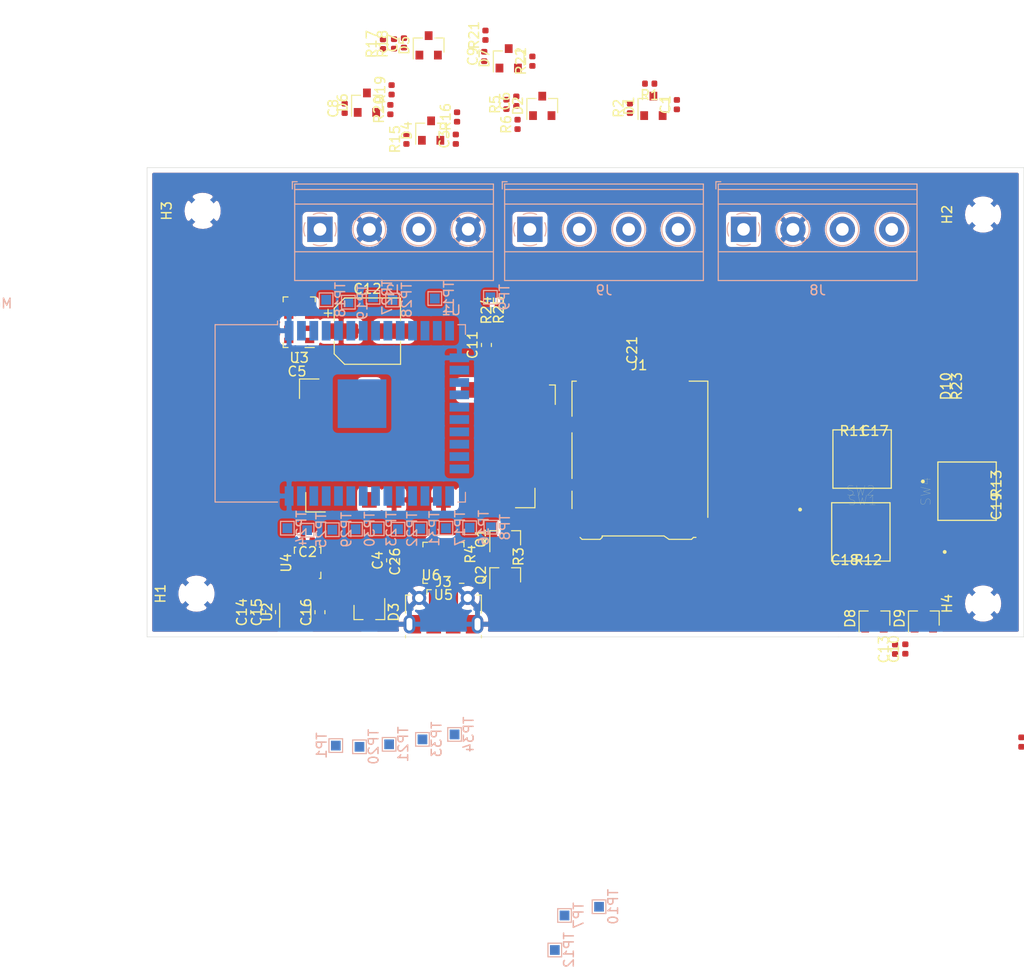
<source format=kicad_pcb>
(kicad_pcb (version 20171130) (host pcbnew "(5.1.2)-1")
  (layers (0 F.Cu signal hide) (31 B.Cu signal) (34 B.Paste user hide) (35 F.Paste user) (36 B.SilkS user hide) (37 F.SilkS user hide) (38 B.Mask user hide) (39 F.Mask user) (44 Edge.Cuts user))
  (net 0 "")
  (net 1 /SCL1)
  (net 2 /SDA1)
  (net 3 /MOSI)
  (net 4 /SPI_CLK)
  (net 5 /SPI_SD_CS)
  (net 6 /MISO)
  (net 7 GND)
  (net 8 "Net-(C1-Pad1)")
  (net 9 +3V3)
  (net 10 /PAS_ADC)
  (net 11 /throttle_ADC)
  (net 12 "Net-(J3-Pad3)")
  (net 13 VBUS)
  (net 14 "Net-(J3-Pad2)")
  (net 15 /GPIO0)
  (net 16 /DTR)
  (net 17 "Net-(Q1-Pad1)")
  (net 18 /RESET)
  (net 19 /RTS)
  (net 20 "Net-(Q2-Pad1)")
  (net 21 /RX0)
  (net 22 /TX0)
  (net 23 /GPS_RX)
  (net 24 /GPS_TX)
  (net 25 "Net-(C6-Pad1)")
  (net 26 "Net-(TP8-Pad1)")
  (net 27 "Net-(TP7-Pad1)")
  (net 28 "Net-(TP21-Pad1)")
  (net 29 "Net-(TP20-Pad1)")
  (net 30 /SDA2)
  (net 31 /SCL2)
  (net 32 "Net-(TP31-Pad1)")
  (net 33 "Net-(C3-Pad1)")
  (net 34 "Net-(C7-Pad1)")
  (net 35 "Net-(C8-Pad1)")
  (net 36 "Net-(C9-Pad1)")
  (net 37 /Motor_B_adc)
  (net 38 /Motor_A_adc)
  (net 39 /misc_adc_raw_2)
  (net 40 /misc_adc_raw_1)
  (net 41 /button_up)
  (net 42 /button_down)
  (net 43 /button_select)
  (net 44 +5V)
  (net 45 "Net-(C14-Pad2)")
  (net 46 /Throttle)
  (net 47 /PAS)
  (net 48 /Motor_pulse_B)
  (net 49 /Motor_pulse_A)
  (net 50 "/External I2C devices/grove_pin_2")
  (net 51 "/External I2C devices/grove_pin_1")
  (net 52 /LED)
  (net 53 "Net-(R24-Pad1)")
  (net 54 "Net-(D10-Pad2)")
  (net 55 /misc_adc_1)
  (net 56 /misc_adc_2)
  (net 57 VBATT)
  (module Capacitor_SMD:CP_Elec_6.3x7.7 (layer F.Cu) (at 166.1668 99.3648)
    (fp_text reference C12 (at 0 -4.35) (layer F.SilkS))
    (fp_text value "10uF 100V")
    (pad 2 smd roundrect (at 2.7 0) (size 3.5 1.6) (layers F.Cu F.Paste F.Mask) (roundrect_rratio 0.15625) (net 57 VBATT))
    (pad 1 smd roundrect (at -2.7 0) (size 3.5 1.6) (layers F.Cu F.Paste F.Mask) (roundrect_rratio 0.15625) (net 7 GND))
  )
  (module Capacitor_SMD:C_0402_1005Metric (layer F.Cu) (at 220.435 132.08 90)
    (fp_text reference C13 (at 0 -1.17 90) (layer F.SilkS))
    (fp_text value 100nF)
    (pad 2 smd roundrect (at 0.485 0 90) (size 0.59 0.64) (layers F.Cu F.Paste F.Mask) (net 7 GND))
    (pad 1 smd roundrect (at -0.485 0 90) (size 0.59 0.64) (layers F.Cu F.Paste F.Mask) (net 51 "/External I2C devices/grove_pin_1"))
  )
  (module Capacitor_SMD:C_0402_1005Metric (layer F.Cu) (at 175.26 79.629 90)
    (fp_text reference C3 (at 0 -1.17 90) (layer F.SilkS))
    (fp_text value 100nF)
    (pad 2 smd roundrect (at 0.485 0 90) (size 0.59 0.64) (layers F.Cu F.Paste F.Mask) (net 7 GND))
    (pad 1 smd roundrect (at -0.485 0 90) (size 0.59 0.64) (layers F.Cu F.Paste F.Mask) (net 33 "Net-(C3-Pad1)"))
  )
  (module Capacitor_SMD:C_0402_1005Metric (layer F.Cu) (at 163.83 76.454 90)
    (fp_text reference C8 (at 0 -1.17 90) (layer F.SilkS))
    (fp_text value 100nF)
    (pad 2 smd roundrect (at 0.485 0 90) (size 0.59 0.64) (layers F.Cu F.Paste F.Mask) (net 7 GND))
    (pad 1 smd roundrect (at -0.485 0 90) (size 0.59 0.64) (layers F.Cu F.Paste F.Mask) (net 35 "Net-(C8-Pad1)"))
  )
  (module Capacitor_SMD:C_0402_1005Metric (layer F.Cu) (at 221.488 132.057 90)
    (fp_text reference C10 (at 0 -1.17 90) (layer F.SilkS))
    (fp_text value 100nF)
    (pad 2 smd roundrect (at 0.485 0 90) (size 0.59 0.64) (layers F.Cu F.Paste F.Mask) (net 7 GND))
    (pad 1 smd roundrect (at -0.485 0 90) (size 0.59 0.64) (layers F.Cu F.Paste F.Mask) (net 50 "/External I2C devices/grove_pin_2"))
  )
  (module Package_TO_SOT_SMD:SOT-23 (layer F.Cu) (at 223.393 128.905 90)
    (fp_text reference D9 (at 0 -2.5 90) (layer F.SilkS))
    (fp_text value BAT54S)
    (pad 3 smd rect (at 1 0 90) (size 0.9 0.8) (layers F.Cu F.Paste F.Mask) (net 31 /SCL2))
    (pad 2 smd rect (at -1 0.95 90) (size 0.9 0.8) (layers F.Cu F.Paste F.Mask) (net 9 +3V3))
    (pad 1 smd rect (at -1 -0.95 90) (size 0.9 0.8) (layers F.Cu F.Paste F.Mask) (net 7 GND))
  )
  (module Resistor_SMD:R_0402_1005Metric (layer F.Cu) (at 175.387 77.343 90)
    (fp_text reference R16 (at 0 -1.17 90) (layer F.SilkS))
    (fp_text value R)
    (pad 2 smd roundrect (at 0.485 0 90) (size 0.59 0.64) (layers F.Cu F.Paste F.Mask) (net 7 GND))
    (pad 1 smd roundrect (at -0.485 0 90) (size 0.59 0.64) (layers F.Cu F.Paste F.Mask) (net 33 "Net-(C3-Pad1)"))
  )
  (module Resistor_SMD:R_0402_1005Metric (layer F.Cu) (at 168.656 74.549 90)
    (fp_text reference R19 (at 0 -1.17 90) (layer F.SilkS))
    (fp_text value R)
    (pad 2 smd roundrect (at 0.485 0 90) (size 0.59 0.64) (layers F.Cu F.Paste F.Mask) (net 35 "Net-(C8-Pad1)"))
    (pad 1 smd roundrect (at -0.485 0 90) (size 0.59 0.64) (layers F.Cu F.Paste F.Mask) (net 40 /misc_adc_raw_1))
  )
  (module Resistor_SMD:R_0402_1005Metric (layer F.Cu) (at 170.18 79.629 90)
    (fp_text reference R15 (at 0 -1.17 90) (layer F.SilkS))
    (fp_text value R)
    (pad 2 smd roundrect (at 0.485 0 90) (size 0.59 0.64) (layers F.Cu F.Paste F.Mask) (net 33 "Net-(C3-Pad1)"))
    (pad 1 smd roundrect (at -0.485 0 90) (size 0.59 0.64) (layers F.Cu F.Paste F.Mask) (net 48 /Motor_pulse_B))
  )
  (module Resistor_SMD:R_0402_1005Metric (layer F.Cu) (at 217.655 124.079)
    (fp_text reference R12 (at 0 -1.17) (layer F.SilkS))
    (fp_text value 4.7k)
    (pad 2 smd roundrect (at 0.485 0) (size 0.59 0.64) (layers F.Cu F.Paste F.Mask) (net 42 /button_down))
    (pad 1 smd roundrect (at -0.485 0) (size 0.59 0.64) (layers F.Cu F.Paste F.Mask) (net 9 +3V3))
  )
  (module Resistor_SMD:R_0402_1005Metric (layer F.Cu) (at 168.91 69.827 90)
    (fp_text reference R18 (at 0 -1.17 90) (layer F.SilkS))
    (fp_text value R)
    (pad 2 smd roundrect (at 0.485 0 90) (size 0.59 0.64) (layers F.Cu F.Paste F.Mask) (net 7 GND))
    (pad 1 smd roundrect (at -0.485 0 90) (size 0.59 0.64) (layers F.Cu F.Paste F.Mask) (net 34 "Net-(C7-Pad1)"))
  )
  (module Package_TO_SOT_SMD:SOT-23 (layer F.Cu) (at 218.313 128.905 90)
    (fp_text reference D8 (at 0 -2.5 90) (layer F.SilkS))
    (fp_text value BAT54S)
    (pad 3 smd rect (at 1 0 90) (size 0.9 0.8) (layers F.Cu F.Paste F.Mask) (net 30 /SDA2))
    (pad 2 smd rect (at -1 0.95 90) (size 0.9 0.8) (layers F.Cu F.Paste F.Mask) (net 9 +3V3))
    (pad 1 smd rect (at -1 -0.95 90) (size 0.9 0.8) (layers F.Cu F.Paste F.Mask) (net 7 GND))
  )
  (module Package_TO_SOT_SMD:SOT-23 (layer F.Cu) (at 166.12 75.87 90)
    (fp_text reference D6 (at 0 -2.5 90) (layer F.SilkS))
    (fp_text value BAT54S)
    (pad 3 smd rect (at 1 0 90) (size 0.9 0.8) (layers F.Cu F.Paste F.Mask) (net 55 /misc_adc_1))
    (pad 2 smd rect (at -1 0.95 90) (size 0.9 0.8) (layers F.Cu F.Paste F.Mask) (net 9 +3V3))
    (pad 1 smd rect (at -1 -0.95 90) (size 0.9 0.8) (layers F.Cu F.Paste F.Mask) (net 7 GND))
  )
  (module Package_TO_SOT_SMD:SOT-23 (layer F.Cu) (at 172.72 78.74 90)
    (fp_text reference D4 (at 0 -2.5 90) (layer F.SilkS))
    (fp_text value BAT54S)
    (pad 3 smd rect (at 1 0 90) (size 0.9 0.8) (layers F.Cu F.Paste F.Mask) (net 37 /Motor_B_adc))
    (pad 2 smd rect (at -1 0.95 90) (size 0.9 0.8) (layers F.Cu F.Paste F.Mask) (net 9 +3V3))
    (pad 1 smd rect (at -1 -0.95 90) (size 0.9 0.8) (layers F.Cu F.Paste F.Mask) (net 7 GND))
  )
  (module Package_TO_SOT_SMD:SOT-23 (layer F.Cu) (at 180.7 71.31 90)
    (fp_text reference D7 (at 0 -2.5 90) (layer F.SilkS))
    (fp_text value BAT54S)
    (pad 3 smd rect (at 1 0 90) (size 0.9 0.8) (layers F.Cu F.Paste F.Mask) (net 56 /misc_adc_2))
    (pad 2 smd rect (at -1 0.95 90) (size 0.9 0.8) (layers F.Cu F.Paste F.Mask) (net 9 +3V3))
    (pad 1 smd rect (at -1 -0.95 90) (size 0.9 0.8) (layers F.Cu F.Paste F.Mask) (net 7 GND))
  )
  (module Package_TO_SOT_SMD:SOT-23 (layer F.Cu) (at 172.466 69.977 90)
    (fp_text reference D5 (at 0 -2.5 90) (layer F.SilkS))
    (fp_text value BAT54S)
    (pad 3 smd rect (at 1 0 90) (size 0.9 0.8) (layers F.Cu F.Paste F.Mask) (net 38 /Motor_A_adc))
    (pad 2 smd rect (at -1 0.95 90) (size 0.9 0.8) (layers F.Cu F.Paste F.Mask) (net 9 +3V3))
    (pad 1 smd rect (at -1 -0.95 90) (size 0.9 0.8) (layers F.Cu F.Paste F.Mask) (net 7 GND))
  )
  (module Resistor_SMD:R_0402_1005Metric (layer F.Cu) (at 168.529 76.581 90)
    (fp_text reference R20 (at 0 -1.17 90) (layer F.SilkS))
    (fp_text value R)
    (pad 2 smd roundrect (at 0.485 0 90) (size 0.59 0.64) (layers F.Cu F.Paste F.Mask) (net 7 GND))
    (pad 1 smd roundrect (at -0.485 0 90) (size 0.59 0.64) (layers F.Cu F.Paste F.Mask) (net 35 "Net-(C8-Pad1)"))
  )
  (module Resistor_SMD:R_0402_1005Metric (layer F.Cu) (at 236.601 141.628 90)
    (fp_text reference R10 (at 0 -1.17 90) (layer F.SilkS))
    (fp_text value 4.7k)
    (pad 2 smd roundrect (at 0.485 0 90) (size 0.59 0.64) (layers F.Cu F.Paste F.Mask) (net 31 /SCL2))
    (pad 1 smd roundrect (at -0.485 0 90) (size 0.59 0.64) (layers F.Cu F.Paste F.Mask) (net 9 +3V3))
  )
  (module TerminalBlock_Phoenix:TerminalBlock_Phoenix_MKDS-1,5-4-5.08_1x04_P5.08mm_Horizontal (layer B.Cu) (at 204.851 88.9)
    (fp_text reference J8 (at 7.62 6.26 180) (layer B.SilkS) (effects (justify mirror)))
    (fp_text value Conn_01x04)
    (pad 4 thru_hole circle (at 15.24 0) (size 2.6 2.6) (drill 1.3) (layers *.Cu *.Mask))
    (pad 3 thru_hole circle (at 10.16 0) (size 2.6 2.6) (drill 1.3) (layers *.Cu *.Mask))
    (pad 2 thru_hole circle (at 5.08 0) (size 2.6 2.6) (drill 1.3) (layers *.Cu *.Mask) (net 7 GND))
    (pad 1 thru_hole rect (at 0 0) (size 2.6 2.6) (drill 1.3) (layers *.Cu *.Mask) (net 57 VBATT))
  )
  (module TerminalBlock_Phoenix:TerminalBlock_Phoenix_MKDS-1,5-4-5.08_1x04_P5.08mm_Horizontal (layer B.Cu) (at 182.88 88.9)
    (fp_text reference J9 (at 7.62 6.26 180) (layer B.SilkS) (effects (justify mirror)))
    (fp_text value Conn_01x04)
    (pad 4 thru_hole circle (at 15.24 0) (size 2.6 2.6) (drill 1.3) (layers *.Cu *.Mask) (net 46 /Throttle))
    (pad 3 thru_hole circle (at 10.16 0) (size 2.6 2.6) (drill 1.3) (layers *.Cu *.Mask) (net 47 /PAS))
    (pad 2 thru_hole circle (at 5.08 0) (size 2.6 2.6) (drill 1.3) (layers *.Cu *.Mask) (net 48 /Motor_pulse_B))
    (pad 1 thru_hole rect (at 0 0) (size 2.6 2.6) (drill 1.3) (layers *.Cu *.Mask) (net 49 /Motor_pulse_A))
  )
  (module TerminalBlock_Phoenix:TerminalBlock_Phoenix_MKDS-1,5-4-5.08_1x04_P5.08mm_Horizontal (layer B.Cu) (at 161.29 88.9)
    (fp_text reference J2 (at 7.62 6.26) (layer B.SilkS) (effects (justify mirror)))
    (fp_text value Conn_01x04)
    (pad 4 thru_hole circle (at 15.24 0) (size 2.6 2.6) (drill 1.3) (layers *.Cu *.Mask) (net 7 GND))
    (pad 3 thru_hole circle (at 10.16 0) (size 2.6 2.6) (drill 1.3) (layers *.Cu *.Mask) (net 9 +3V3))
    (pad 2 thru_hole circle (at 5.08 0) (size 2.6 2.6) (drill 1.3) (layers *.Cu *.Mask) (net 7 GND))
    (pad 1 thru_hole rect (at 0 0) (size 2.6 2.6) (drill 1.3) (layers *.Cu *.Mask) (net 44 +5V))
  )
  (module Resistor_SMD:R_0402_1005Metric (layer F.Cu) (at 180.848 97.1828 90)
    (fp_text reference R25 (at 0 -1.17 90) (layer F.SilkS))
    (fp_text value R)
    (pad 2 smd roundrect (at 0.485 0 90) (size 0.59 0.64) (layers F.Cu F.Paste F.Mask) (net 7 GND))
    (pad 1 smd roundrect (at -0.485 0 90) (size 0.59 0.64) (layers F.Cu F.Paste F.Mask) (net 53 "Net-(R24-Pad1)"))
  )
  (module Resistor_SMD:R_0402_1005Metric (layer F.Cu) (at 179.578 97.2218 90)
    (fp_text reference R24 (at 0 -1.17 90) (layer F.SilkS))
    (fp_text value R)
    (pad 2 smd roundrect (at 0.485 0 90) (size 0.59 0.64) (layers F.Cu F.Paste F.Mask) (net 44 +5V))
    (pad 1 smd roundrect (at -0.485 0 90) (size 0.59 0.64) (layers F.Cu F.Paste F.Mask) (net 53 "Net-(R24-Pad1)"))
  )
  (module Resistor_SMD:R_0402_1005Metric (layer F.Cu) (at 227.965 105.029 90)
    (fp_text reference R23 (at 0 -1.17 90) (layer F.SilkS))
    (fp_text value R)
    (pad 2 smd roundrect (at 0.485 0 90) (size 0.59 0.64) (layers F.Cu F.Paste F.Mask) (net 9 +3V3))
    (pad 1 smd roundrect (at -0.485 0 90) (size 0.59 0.64) (layers F.Cu F.Paste F.Mask) (net 54 "Net-(D10-Pad2)"))
  )
  (module LED_SMD:LED_0402_1005Metric (layer F.Cu) (at 226.822 105.029 90)
    (fp_text reference D10 (at 0 -1.17 90) (layer F.SilkS))
    (fp_text value LED)
    (pad 2 smd roundrect (at 0.485 0 90) (size 0.59 0.64) (layers F.Cu F.Paste F.Mask) (net 54 "Net-(D10-Pad2)"))
    (pad 1 smd roundrect (at -0.485 0 90) (size 0.59 0.64) (layers F.Cu F.Paste F.Mask) (net 52 /LED))
  )
  (module custom_footprints:STH0548S3V3 (layer F.Cu) (at 176.53 105.41 180)
    (fp_text reference U6 (at 3.81 -19.05) (layer F.SilkS))
    (fp_text value XP_Power_STH)
    (pad 6 smd rect (at 10.16 -11.31 180) (size 1.5 1.61) (layers F.Cu F.Paste F.Mask) (net 53 "Net-(R24-Pad1)"))
    (pad 7 smd rect (at 7.62 -11.31 180) (size 1.5 1.61) (layers F.Cu F.Paste F.Mask) (net 7 GND))
    (pad 9 smd rect (at 2.54 -11.31 180) (size 1.5 1.61) (layers F.Cu F.Paste F.Mask) (net 7 GND))
    (pad 10 smd rect (at 0 -11.31 180) (size 1.5 1.61) (layers F.Cu F.Paste F.Mask))
    (pad 5 smd rect (at 10.16 0 180) (size 1.5 1.61) (layers F.Cu F.Paste F.Mask) (net 44 +5V))
    (pad 1 smd rect (at 0 0 180) (size 1.5 1.61) (layers F.Cu F.Paste F.Mask) (net 57 VBATT))
  )
  (module TestPoint:TestPoint_Pad_1.0x1.0mm (layer B.Cu) (at 162.9156 141.986 270)
    (fp_text reference TP1 (at 0 1.448 270) (layer B.SilkS) (effects (justify mirror)))
    (fp_text value TestPoint)
    (pad 1 smd rect (at 0 0 270) (size 1 1) (layers B.Cu B.Mask) (net 44 +5V))
  )
  (module Connector:NS-Tech_Grove_1x04_P2mm_Vertical (layer F.Cu) (at 244.6782 96.0882 90)
    (fp_text reference J7 (at -1.5 -4 90) (layer F.SilkS))
    (fp_text value Conn_01x04)
    (pad 4 thru_hole circle (at 0 6 90) (size 1.524 1.524) (drill 0.762) (layers *.Cu *.Mask) (net 7 GND))
    (pad 3 thru_hole circle (at 0 4 90) (size 1.524 1.524) (drill 0.762) (layers *.Cu *.Mask) (net 9 +3V3))
    (pad 2 thru_hole circle (at 0 2 90) (size 1.524 1.524) (drill 0.762) (layers *.Cu *.Mask) (net 40 /misc_adc_raw_1))
    (pad 1 thru_hole rect (at 0 0 90) (size 1.524 1.524) (drill 0.762) (layers *.Cu *.Mask) (net 39 /misc_adc_raw_2))
  )
  (module Connector:NS-Tech_Grove_1x04_P2mm_Vertical (layer F.Cu) (at 283.3878 96.139 90)
    (fp_text reference J6 (at -1.5 -4 90) (layer F.SilkS))
    (fp_text value Conn_01x04)
    (pad 4 thru_hole circle (at 0 6 90) (size 1.524 1.524) (drill 0.762) (layers *.Cu *.Mask) (net 7 GND))
    (pad 3 thru_hole circle (at 0 4 90) (size 1.524 1.524) (drill 0.762) (layers *.Cu *.Mask) (net 9 +3V3))
    (pad 2 thru_hole circle (at 0 2 90) (size 1.524 1.524) (drill 0.762) (layers *.Cu *.Mask) (net 50 "/External I2C devices/grove_pin_2"))
    (pad 1 thru_hole rect (at 0 0 90) (size 1.524 1.524) (drill 0.762) (layers *.Cu *.Mask) (net 51 "/External I2C devices/grove_pin_1"))
  )
  (module Connector:NS-Tech_Grove_1x04_P2mm_Vertical (layer F.Cu) (at 270.7128 95.999 90)
    (fp_text reference J5 (at -1.5 -4 90) (layer F.SilkS))
    (fp_text value Conn_01x04)
    (pad 4 thru_hole circle (at 0 6 90) (size 1.524 1.524) (drill 0.762) (layers *.Cu *.Mask) (net 7 GND))
    (pad 3 thru_hole circle (at 0 4 90) (size 1.524 1.524) (drill 0.762) (layers *.Cu *.Mask) (net 9 +3V3))
    (pad 2 thru_hole circle (at 0 2 90) (size 1.524 1.524) (drill 0.762) (layers *.Cu *.Mask) (net 2 /SDA1))
    (pad 1 thru_hole rect (at 0 0 90) (size 1.524 1.524) (drill 0.762) (layers *.Cu *.Mask) (net 1 /SCL1))
  )
  (module Connector:NS-Tech_Grove_1x04_P2mm_Vertical (layer F.Cu) (at 257.3782 96.0882 90)
    (fp_text reference J4 (at -1.5 -4 90) (layer F.SilkS))
    (fp_text value Conn_01x04)
    (pad 4 thru_hole circle (at 0 6 90) (size 1.524 1.524) (drill 0.762) (layers *.Cu *.Mask) (net 7 GND))
    (pad 3 thru_hole circle (at 0 4 90) (size 1.524 1.524) (drill 0.762) (layers *.Cu *.Mask) (net 9 +3V3))
    (pad 2 thru_hole circle (at 0 2 90) (size 1.524 1.524) (drill 0.762) (layers *.Cu *.Mask) (net 24 /GPS_TX))
    (pad 1 thru_hole rect (at 0 0 90) (size 1.524 1.524) (drill 0.762) (layers *.Cu *.Mask) (net 23 /GPS_RX))
  )
  (module Capacitor_SMD:C_0402_1005Metric (layer F.Cu) (at 170.18 123.063 90)
    (fp_text reference C26 (at 0 -1.17 90) (layer F.SilkS))
    (fp_text value 100nF)
    (pad 2 smd roundrect (at 0.485 0 90) (size 0.59 0.64) (layers F.Cu F.Paste F.Mask) (net 9 +3V3))
    (pad 1 smd roundrect (at -0.485 0 90) (size 0.59 0.64) (layers F.Cu F.Paste F.Mask) (net 7 GND))
  )
  (module Capacitor_SMD:C_0402_1005Metric (layer F.Cu) (at 252.6792 96.1112 90)
    (fp_text reference C25 (at 0 -1.17 90) (layer F.SilkS))
    (fp_text value 100nF)
    (pad 2 smd roundrect (at 0.485 0 90) (size 0.59 0.64) (layers F.Cu F.Paste F.Mask) (net 7 GND))
    (pad 1 smd roundrect (at -0.485 0 90) (size 0.59 0.64) (layers F.Cu F.Paste F.Mask) (net 9 +3V3))
  )
  (module Capacitor_SMD:C_0402_1005Metric (layer F.Cu) (at 291.2618 95.504 90)
    (fp_text reference C24 (at 0 -1.17 90) (layer F.SilkS))
    (fp_text value 100nF)
    (pad 2 smd roundrect (at 0.485 0 90) (size 0.59 0.64) (layers F.Cu F.Paste F.Mask) (net 7 GND))
    (pad 1 smd roundrect (at -0.485 0 90) (size 0.59 0.64) (layers F.Cu F.Paste F.Mask) (net 9 +3V3))
  )
  (module Capacitor_SMD:C_0402_1005Metric (layer F.Cu) (at 278.6888 96.035 90)
    (fp_text reference C23 (at 0 -1.17 90) (layer F.SilkS))
    (fp_text value 100nF)
    (pad 2 smd roundrect (at 0.485 0 90) (size 0.59 0.64) (layers F.Cu F.Paste F.Mask) (net 7 GND))
    (pad 1 smd roundrect (at -0.485 0 90) (size 0.59 0.64) (layers F.Cu F.Paste F.Mask) (net 9 +3V3))
  )
  (module Capacitor_SMD:C_0402_1005Metric (layer F.Cu) (at 265.3792 96.2152 90)
    (fp_text reference C22 (at 0 -1.17 90) (layer F.SilkS))
    (fp_text value 100nF)
    (pad 2 smd roundrect (at 0.485 0 90) (size 0.59 0.64) (layers F.Cu F.Paste F.Mask) (net 7 GND))
    (pad 1 smd roundrect (at -0.485 0 90) (size 0.59 0.64) (layers F.Cu F.Paste F.Mask) (net 9 +3V3))
  )
  (module Capacitor_SMD:C_0402_1005Metric (layer F.Cu) (at 194.564 101.323 90)
    (fp_text reference C21 (at 0 -1.17 90) (layer F.SilkS))
    (fp_text value 100nF)
    (pad 2 smd roundrect (at 0.485 0 90) (size 0.59 0.64) (layers F.Cu F.Paste F.Mask) (net 7 GND))
    (pad 1 smd roundrect (at -0.485 0 90) (size 0.59 0.64) (layers F.Cu F.Paste F.Mask) (net 9 +3V3))
  )
  (module Capacitor_SMD:C_0402_1005Metric (layer F.Cu) (at 178.181 71.12 90)
    (fp_text reference C9 (at 0 -1.17 90) (layer F.SilkS))
    (fp_text value 100nF)
    (pad 2 smd roundrect (at 0.485 0 90) (size 0.59 0.64) (layers F.Cu F.Paste F.Mask) (net 7 GND))
    (pad 1 smd roundrect (at -0.485 0 90) (size 0.59 0.64) (layers F.Cu F.Paste F.Mask) (net 36 "Net-(C9-Pad1)"))
  )
  (module Capacitor_SMD:C_0402_1005Metric (layer F.Cu) (at 169.926 69.723 90)
    (fp_text reference C7 (at 0 -1.17 90) (layer F.SilkS))
    (fp_text value 100nF)
    (pad 2 smd roundrect (at 0.485 0 90) (size 0.59 0.64) (layers F.Cu F.Paste F.Mask) (net 7 GND))
    (pad 1 smd roundrect (at -0.485 0 90) (size 0.59 0.64) (layers F.Cu F.Paste F.Mask) (net 34 "Net-(C7-Pad1)"))
  )
  (module Capacitor_SMD:C_0402_1005Metric (layer F.Cu) (at 181.483 75.715 90)
    (fp_text reference C6 (at 0 -1.17 90) (layer F.SilkS))
    (fp_text value 100nF)
    (pad 2 smd roundrect (at 0.485 0 90) (size 0.59 0.64) (layers F.Cu F.Paste F.Mask) (net 7 GND))
    (pad 1 smd roundrect (at -0.485 0 90) (size 0.59 0.64) (layers F.Cu F.Paste F.Mask) (net 25 "Net-(C6-Pad1)"))
  )
  (module Capacitor_SMD:C_0402_1005Metric (layer F.Cu) (at 160.02 120.904 180)
    (fp_text reference C2 (at 0 -1.17) (layer F.SilkS))
    (fp_text value 100nF)
    (pad 2 smd roundrect (at 0.485 0 180) (size 0.59 0.64) (layers F.Cu F.Paste F.Mask) (net 7 GND))
    (pad 1 smd roundrect (at -0.485 0 180) (size 0.59 0.64) (layers F.Cu F.Paste F.Mask) (net 9 +3V3))
  )
  (module Capacitor_SMD:C_0402_1005Metric (layer F.Cu) (at 197.993 76.073 90)
    (fp_text reference C1 (at 0 -1.17 90) (layer F.SilkS))
    (fp_text value 100nF)
    (pad 2 smd roundrect (at 0.485 0 90) (size 0.59 0.64) (layers F.Cu F.Paste F.Mask) (net 7 GND))
    (pad 1 smd roundrect (at -0.485 0 90) (size 0.59 0.64) (layers F.Cu F.Paste F.Mask) (net 8 "Net-(C1-Pad1)"))
  )
  (module Package_TO_SOT_SMD:SOT-23-5 (layer F.Cu) (at 158.75 128.27 90)
    (fp_text reference U2 (at 0 -2.9 90) (layer F.SilkS))
    (fp_text value XC6210)
    (pad 5 smd rect (at 1.1 -0.95 90) (size 1.06 0.65) (layers F.Cu F.Paste F.Mask) (net 9 +3V3))
    (pad 4 smd rect (at 1.1 0.95 90) (size 1.06 0.65) (layers F.Cu F.Paste F.Mask))
    (pad 3 smd rect (at -1.1 0.95 90) (size 1.06 0.65) (layers F.Cu F.Paste F.Mask) (net 45 "Net-(C14-Pad2)"))
    (pad 2 smd rect (at -1.1 0 90) (size 1.06 0.65) (layers F.Cu F.Paste F.Mask) (net 7 GND))
    (pad 1 smd rect (at -1.1 -0.95 90) (size 1.06 0.65) (layers F.Cu F.Paste F.Mask) (net 45 "Net-(C14-Pad2)"))
  )
  (module Capacitor_SMD:C_0402_1005Metric (layer F.Cu) (at 256.286 163.091 90)
    (fp_text reference C20 (at 0 -1.17 90) (layer F.SilkS))
    (fp_text value 100nF)
    (pad 2 smd roundrect (at 0.485 0 90) (size 0.59 0.64) (layers F.Cu F.Paste F.Mask) (net 7 GND))
    (pad 1 smd roundrect (at -0.485 0 90) (size 0.59 0.64) (layers F.Cu F.Paste F.Mask) (net 18 /RESET))
  )
  (module Capacitor_SMD:C_0402_1005Metric (layer F.Cu) (at 232.029 117.371 90)
    (fp_text reference C19 (at 0 -1.17 90) (layer F.SilkS))
    (fp_text value 100nF)
    (pad 2 smd roundrect (at 0.485 0 90) (size 0.59 0.64) (layers F.Cu F.Paste F.Mask) (net 7 GND))
    (pad 1 smd roundrect (at -0.485 0 90) (size 0.59 0.64) (layers F.Cu F.Paste F.Mask) (net 43 /button_select))
  )
  (module Capacitor_SMD:C_0402_1005Metric (layer F.Cu) (at 215.265 124.079)
    (fp_text reference C18 (at 0 -1.17) (layer F.SilkS))
    (fp_text value 100nF)
    (pad 2 smd roundrect (at 0.485 0) (size 0.59 0.64) (layers F.Cu F.Paste F.Mask) (net 7 GND))
    (pad 1 smd roundrect (at -0.485 0) (size 0.59 0.64) (layers F.Cu F.Paste F.Mask) (net 42 /button_down))
  )
  (module Capacitor_SMD:C_0402_1005Metric (layer F.Cu) (at 218.336 108.458 180)
    (fp_text reference C17 (at 0 -1.17) (layer F.SilkS))
    (fp_text value 100nF)
    (pad 2 smd roundrect (at 0.485 0 180) (size 0.59 0.64) (layers F.Cu F.Paste F.Mask) (net 7 GND))
    (pad 1 smd roundrect (at -0.485 0 180) (size 0.59 0.64) (layers F.Cu F.Paste F.Mask) (net 41 /button_up))
  )
  (module Capacitor_SMD:C_0603_1608Metric (layer F.Cu) (at 161.29 128.27 90)
    (fp_text reference C16 (at 0 -1.43 90) (layer F.SilkS))
    (fp_text value 1uF)
    (pad 2 smd roundrect (at 0.7875 0 90) (size 0.875 0.95) (layers F.Cu F.Paste F.Mask) (net 9 +3V3))
    (pad 1 smd roundrect (at -0.7875 0 90) (size 0.875 0.95) (layers F.Cu F.Paste F.Mask) (net 7 GND))
  )
  (module Capacitor_SMD:C_0603_1608Metric (layer F.Cu) (at 156.21 128.27 90)
    (fp_text reference C15 (at 0 -1.43 90) (layer F.SilkS))
    (fp_text value 1uF)
    (pad 2 smd roundrect (at 0.7875 0 90) (size 0.875 0.95) (layers F.Cu F.Paste F.Mask) (net 45 "Net-(C14-Pad2)"))
    (pad 1 smd roundrect (at -0.7875 0 90) (size 0.875 0.95) (layers F.Cu F.Paste F.Mask) (net 7 GND))
  )
  (module Capacitor_SMD:C_0603_1608Metric (layer F.Cu) (at 154.686 128.27 90)
    (fp_text reference C14 (at 0 -1.43 90) (layer F.SilkS))
    (fp_text value 1uF)
    (pad 2 smd roundrect (at 0.7875 0 90) (size 0.875 0.95) (layers F.Cu F.Paste F.Mask) (net 45 "Net-(C14-Pad2)"))
    (pad 1 smd roundrect (at -0.7875 0 90) (size 0.875 0.95) (layers F.Cu F.Paste F.Mask) (net 7 GND))
  )
  (module custom_footprints:SW_1571563-4 (layer F.Cu) (at 251.968 159.766 90)
    (fp_text reference SW4_reset1 (at -0.025 -4.235 90) (layer F.SilkS) (effects (font (thickness 0.015))))
    (fp_text value SW_Push_1571563-4)
    (pad 2 smd rect (at 4.55 -2.25 90) (size 2.1 1.4) (layers F.Cu F.Paste F.Mask) (net 18 /RESET))
    (pad 1 smd rect (at -4.55 -2.25 90) (size 2.1 1.4) (layers F.Cu F.Paste F.Mask) (net 18 /RESET))
    (pad 3 smd rect (at -4.55 2.25 90) (size 2.1 1.4) (layers F.Cu F.Paste F.Mask) (net 7 GND))
    (pad 4 smd rect (at 4.55 2.25 90) (size 2.1 1.4) (layers F.Cu F.Paste F.Mask) (net 7 GND))
  )
  (module custom_footprints:SW_1571563-4 (layer F.Cu) (at 227.838 115.824 90)
    (fp_text reference SW4 (at -0.025 -4.235 90) (layer F.SilkS) (effects (font (thickness 0.015))))
    (fp_text value SW_Push_1571563-4)
    (pad 2 smd rect (at 4.55 -2.25 90) (size 2.1 1.4) (layers F.Cu F.Paste F.Mask) (net 43 /button_select))
    (pad 1 smd rect (at -4.55 -2.25 90) (size 2.1 1.4) (layers F.Cu F.Paste F.Mask) (net 43 /button_select))
    (pad 3 smd rect (at -4.55 2.25 90) (size 2.1 1.4) (layers F.Cu F.Paste F.Mask) (net 7 GND))
    (pad 4 smd rect (at 4.55 2.25 90) (size 2.1 1.4) (layers F.Cu F.Paste F.Mask) (net 7 GND))
  )
  (module custom_footprints:SW_1571563-4 (layer F.Cu) (at 216.916 120.015)
    (fp_text reference SW2 (at -0.025 -4.235) (layer F.SilkS) (effects (font (thickness 0.015))))
    (fp_text value SW_Push_1571563-4)
    (pad 2 smd rect (at 4.55 -2.25) (size 2.1 1.4) (layers F.Cu F.Paste F.Mask) (net 42 /button_down))
    (pad 1 smd rect (at -4.55 -2.25) (size 2.1 1.4) (layers F.Cu F.Paste F.Mask) (net 42 /button_down))
    (pad 3 smd rect (at -4.55 2.25) (size 2.1 1.4) (layers F.Cu F.Paste F.Mask) (net 7 GND))
    (pad 4 smd rect (at 4.55 2.25) (size 2.1 1.4) (layers F.Cu F.Paste F.Mask) (net 7 GND))
  )
  (module custom_footprints:SW_1571563-4 (layer F.Cu) (at 217.043 112.522 180)
    (fp_text reference SW1 (at -0.025 -4.235) (layer F.SilkS) (effects (font (thickness 0.015))))
    (fp_text value SW_Push_1571563-4)
    (pad 2 smd rect (at 4.55 -2.25 180) (size 2.1 1.4) (layers F.Cu F.Paste F.Mask) (net 41 /button_up))
    (pad 1 smd rect (at -4.55 -2.25 180) (size 2.1 1.4) (layers F.Cu F.Paste F.Mask) (net 41 /button_up))
    (pad 3 smd rect (at -4.55 2.25 180) (size 2.1 1.4) (layers F.Cu F.Paste F.Mask) (net 7 GND))
    (pad 4 smd rect (at 4.55 2.25 180) (size 2.1 1.4) (layers F.Cu F.Paste F.Mask) (net 7 GND))
  )
  (module Resistor_SMD:R_0402_1005Metric (layer F.Cu) (at 183.134 71.605 90)
    (fp_text reference R22 (at 0 -1.17 90) (layer F.SilkS))
    (fp_text value R)
    (pad 2 smd roundrect (at 0.485 0 90) (size 0.59 0.64) (layers F.Cu F.Paste F.Mask) (net 7 GND))
    (pad 1 smd roundrect (at -0.485 0 90) (size 0.59 0.64) (layers F.Cu F.Paste F.Mask) (net 36 "Net-(C9-Pad1)"))
  )
  (module Resistor_SMD:R_0402_1005Metric (layer F.Cu) (at 178.308 68.938 90)
    (fp_text reference R21 (at 0 -1.17 90) (layer F.SilkS))
    (fp_text value R)
    (pad 2 smd roundrect (at 0.485 0 90) (size 0.59 0.64) (layers F.Cu F.Paste F.Mask) (net 36 "Net-(C9-Pad1)"))
    (pad 1 smd roundrect (at -0.485 0 90) (size 0.59 0.64) (layers F.Cu F.Paste F.Mask) (net 39 /misc_adc_raw_2))
  )
  (module Resistor_SMD:R_0402_1005Metric (layer F.Cu) (at 167.767 69.85 90)
    (fp_text reference R17 (at 0 -1.17 90) (layer F.SilkS))
    (fp_text value R)
    (pad 2 smd roundrect (at 0.485 0 90) (size 0.59 0.64) (layers F.Cu F.Paste F.Mask) (net 34 "Net-(C7-Pad1)"))
    (pad 1 smd roundrect (at -0.485 0 90) (size 0.59 0.64) (layers F.Cu F.Paste F.Mask) (net 49 /Motor_pulse_A))
  )
  (module Resistor_SMD:R_0402_1005Metric (layer F.Cu) (at 256.286 160.886 90)
    (fp_text reference R14 (at 0 -1.17 90) (layer F.SilkS))
    (fp_text value 4.7k)
    (pad 2 smd roundrect (at 0.485 0 90) (size 0.59 0.64) (layers F.Cu F.Paste F.Mask) (net 18 /RESET))
    (pad 1 smd roundrect (at -0.485 0 90) (size 0.59 0.64) (layers F.Cu F.Paste F.Mask) (net 9 +3V3))
  )
  (module Resistor_SMD:R_0402_1005Metric (layer F.Cu) (at 232.029 115.062 90)
    (fp_text reference R13 (at 0 -1.17 90) (layer F.SilkS))
    (fp_text value 4.7k)
    (pad 2 smd roundrect (at 0.485 0 90) (size 0.59 0.64) (layers F.Cu F.Paste F.Mask) (net 43 /button_select))
    (pad 1 smd roundrect (at -0.485 0 90) (size 0.59 0.64) (layers F.Cu F.Paste F.Mask) (net 9 +3V3))
  )
  (module Resistor_SMD:R_0402_1005Metric (layer F.Cu) (at 216.177 108.458 180)
    (fp_text reference R11 (at 0 -1.17) (layer F.SilkS))
    (fp_text value 4.7k)
    (pad 2 smd roundrect (at 0.485 0 180) (size 0.59 0.64) (layers F.Cu F.Paste F.Mask) (net 41 /button_up))
    (pad 1 smd roundrect (at -0.485 0 180) (size 0.59 0.64) (layers F.Cu F.Paste F.Mask) (net 9 +3V3))
  )
  (module TestPoint:TestPoint_Pad_1.0x1.0mm (layer B.Cu) (at 175.133 140.843 90)
    (fp_text reference TP34 (at 0 1.448 90) (layer B.SilkS) (effects (justify mirror)))
    (fp_text value TestPoint)
    (pad 1 smd rect (at 0 0 90) (size 1 1) (layers B.Cu B.Mask) (net 12 "Net-(J3-Pad3)"))
  )
  (module TestPoint:TestPoint_Pad_1.0x1.0mm (layer B.Cu) (at 171.831 141.351 90)
    (fp_text reference TP33 (at 0 1.448 90) (layer B.SilkS) (effects (justify mirror)))
    (fp_text value TestPoint)
    (pad 1 smd rect (at 0 0 90) (size 1 1) (layers B.Cu B.Mask) (net 14 "Net-(J3-Pad2)"))
  )
  (module TestPoint:TestPoint_Pad_1.0x1.0mm (layer B.Cu) (at 171.6024 119.6848 90)
    (fp_text reference TP31 (at 0 1.448 90) (layer B.SilkS) (effects (justify mirror)))
    (fp_text value TestPoint)
    (pad 1 smd rect (at 0 0 90) (size 1 1) (layers B.Cu B.Mask) (net 32 "Net-(TP31-Pad1)"))
  )
  (module TestPoint:TestPoint_Pad_1.0x1.0mm (layer B.Cu) (at 164.9476 119.7356 90)
    (fp_text reference TP30 (at 0 1.448 90) (layer B.SilkS) (effects (justify mirror)))
    (fp_text value TestPoint)
    (pad 1 smd rect (at 0 0 90) (size 1 1) (layers B.Cu B.Mask) (net 22 /TX0))
  )
  (module TestPoint:TestPoint_Pad_1.0x1.0mm (layer B.Cu) (at 162.56 119.7864 90)
    (fp_text reference TP29 (at 0 1.448 90) (layer B.SilkS) (effects (justify mirror)))
    (fp_text value TestPoint)
    (pad 1 smd rect (at 0 0 90) (size 1 1) (layers B.Cu B.Mask) (net 21 /RX0))
  )
  (module TestPoint:TestPoint_Pad_1.0x1.0mm (layer B.Cu) (at 168.7576 96.1644 90)
    (fp_text reference TP28 (at 0 1.448 90) (layer B.SilkS) (effects (justify mirror)))
    (fp_text value TestPoint)
    (pad 1 smd rect (at 0 0 90) (size 1 1) (layers B.Cu B.Mask) (net 56 /misc_adc_2))
  )
  (module TestPoint:TestPoint_Pad_1.0x1.0mm (layer B.Cu) (at 166.751 95.885 90)
    (fp_text reference TP27 (at 0 1.448 90) (layer B.SilkS) (effects (justify mirror)))
    (fp_text value TestPoint)
    (pad 1 smd rect (at 0 0 90) (size 1 1) (layers B.Cu B.Mask) (net 55 /misc_adc_1))
  )
  (module TestPoint:TestPoint_Pad_1.0x1.0mm (layer B.Cu) (at 159.9692 119.8372 90)
    (fp_text reference TP25 (at 0 1.448 90) (layer B.SilkS) (effects (justify mirror)))
    (fp_text value TestPoint)
    (pad 1 smd rect (at 0 0 90) (size 1 1) (layers B.Cu B.Mask) (net 1 /SCL1))
  )
  (module TestPoint:TestPoint_Pad_1.0x1.0mm (layer B.Cu) (at 157.9372 119.634 90)
    (fp_text reference TP24 (at 0 1.448 90) (layer B.SilkS) (effects (justify mirror)))
    (fp_text value TestPoint)
    (pad 1 smd rect (at 0 0 90) (size 1 1) (layers B.Cu B.Mask) (net 2 /SDA1))
  )
  (module TestPoint:TestPoint_Pad_1.0x1.0mm (layer B.Cu) (at 167.1828 119.6848 90)
    (fp_text reference TP23 (at 0 1.448 90) (layer B.SilkS) (effects (justify mirror)))
    (fp_text value TestPoint)
    (pad 1 smd rect (at 0 0 90) (size 1 1) (layers B.Cu B.Mask) (net 30 /SDA2))
  )
  (module TestPoint:TestPoint_Pad_1.0x1.0mm (layer B.Cu) (at 169.3164 119.7356 90)
    (fp_text reference TP22 (at 0 1.448 90) (layer B.SilkS) (effects (justify mirror)))
    (fp_text value TestPoint)
    (pad 1 smd rect (at 0 0 90) (size 1 1) (layers B.Cu B.Mask) (net 31 /SCL2))
  )
  (module TestPoint:TestPoint_Pad_1.0x1.0mm (layer B.Cu) (at 168.402 141.859 90)
    (fp_text reference TP21 (at 0 1.448 90) (layer B.SilkS) (effects (justify mirror)))
    (fp_text value TestPoint)
    (pad 1 smd rect (at 0 0 90) (size 1 1) (layers B.Cu B.Mask) (net 28 "Net-(TP21-Pad1)"))
  )
  (module TestPoint:TestPoint_Pad_1.0x1.0mm (layer B.Cu) (at 165.354 142.113 90)
    (fp_text reference TP20 (at 0 1.448 90) (layer B.SilkS) (effects (justify mirror)))
    (fp_text value TestPoint)
    (pad 1 smd rect (at 0 0 90) (size 1 1) (layers B.Cu B.Mask) (net 29 "Net-(TP20-Pad1)"))
  )
  (module TestPoint:TestPoint_Pad_1.0x1.0mm (layer B.Cu) (at 164.211 96.393 90)
    (fp_text reference TP19 (at 0 1.448 90) (layer B.SilkS) (effects (justify mirror)))
    (fp_text value TestPoint)
    (pad 1 smd rect (at 0 0 90) (size 1 1) (layers B.Cu B.Mask) (net 38 /Motor_A_adc))
  )
  (module TestPoint:TestPoint_Pad_1.0x1.0mm (layer B.Cu) (at 161.925 96.139 90)
    (fp_text reference TP18 (at 0 1.448 90) (layer B.SilkS) (effects (justify mirror)))
    (fp_text value TestPoint)
    (pad 1 smd rect (at 0 0 90) (size 1 1) (layers B.Cu B.Mask) (net 37 /Motor_B_adc))
  )
  (module TestPoint:TestPoint_Pad_1.0x1.0mm (layer B.Cu) (at 174.244 119.634 90)
    (fp_text reference TP17 (at 0 1.448 90) (layer B.SilkS) (effects (justify mirror)))
    (fp_text value TestPoint)
    (pad 1 smd rect (at 0 0 90) (size 1 1) (layers B.Cu B.Mask) (net 23 /GPS_RX))
  )
  (module TestPoint:TestPoint_Pad_1.0x1.0mm (layer B.Cu) (at 176.6824 119.5832 90)
    (fp_text reference TP16 (at 0 1.448 90) (layer B.SilkS) (effects (justify mirror)))
    (fp_text value TestPoint)
    (pad 1 smd rect (at 0 0 90) (size 1 1) (layers B.Cu B.Mask) (net 24 /GPS_TX))
  )
  (module TestPoint:TestPoint_Pad_1.0x1.0mm (layer B.Cu) (at 185.44 163.01 90)
    (fp_text reference TP12 (at 0 1.448 90) (layer B.SilkS) (effects (justify mirror)))
    (fp_text value TestPoint)
    (pad 1 smd rect (at 0 0 90) (size 1 1) (layers B.Cu B.Mask) (net 5 /SPI_SD_CS))
  )
  (module TestPoint:TestPoint_Pad_1.0x1.0mm (layer B.Cu) (at 173.101 96.012 90)
    (fp_text reference TP11 (at 0 1.448 90) (layer B.SilkS) (effects (justify mirror)))
    (fp_text value TestPoint)
    (pad 1 smd rect (at 0 0 90) (size 1 1) (layers B.Cu B.Mask) (net 4 /SPI_CLK))
  )
  (module TestPoint:TestPoint_Pad_1.0x1.0mm (layer B.Cu) (at 189.99 158.56 90)
    (fp_text reference TP10 (at 0 1.448 90) (layer B.SilkS) (effects (justify mirror)))
    (fp_text value TestPoint)
    (pad 1 smd rect (at 0 0 90) (size 1 1) (layers B.Cu B.Mask) (net 3 /MOSI))
  )
  (module TestPoint:TestPoint_Pad_1.0x1.0mm (layer B.Cu) (at 178.816 95.885 90)
    (fp_text reference TP9 (at 0 1.448 90) (layer B.SilkS) (effects (justify mirror)))
    (fp_text value TestPoint)
    (pad 1 smd rect (at 0 0 90) (size 1 1) (layers B.Cu B.Mask) (net 6 /MISO))
  )
  (module TestPoint:TestPoint_Pad_1.0x1.0mm (layer B.Cu) (at 178.8668 119.5324 90)
    (fp_text reference TP8 (at 0 1.448 90) (layer B.SilkS) (effects (justify mirror)))
    (fp_text value TestPoint)
    (pad 1 smd rect (at 0 0 90) (size 1 1) (layers B.Cu B.Mask) (net 26 "Net-(TP8-Pad1)"))
  )
  (module TestPoint:TestPoint_Pad_1.0x1.0mm (layer B.Cu) (at 186.44 159.46 90)
    (fp_text reference TP7 (at 0 1.448 90) (layer B.SilkS) (effects (justify mirror)))
    (fp_text value TestPoint)
    (pad 1 smd rect (at 0 0 90) (size 1 1) (layers B.Cu B.Mask) (net 27 "Net-(TP7-Pad1)"))
  )
  (module Resistor_SMD:R_0402_1005Metric (layer F.Cu) (at 233.426 141.628 270)
    (fp_text reference R9 (at 0 -1.17 270) (layer F.SilkS))
    (fp_text value 4.7k)
    (pad 2 smd roundrect (at 0.485 0 270) (size 0.59 0.64) (layers F.Cu F.Paste F.Mask) (net 30 /SDA2))
    (pad 1 smd roundrect (at -0.485 0 270) (size 0.59 0.64) (layers F.Cu F.Paste F.Mask) (net 9 +3V3))
  )
  (module Resistor_SMD:R_0402_1005Metric (layer F.Cu) (at 234.442 141.605 270)
    (fp_text reference R8 (at 0 -1.17 270) (layer F.SilkS))
    (fp_text value 4.7k)
    (pad 2 smd roundrect (at 0.485 0 270) (size 0.59 0.64) (layers F.Cu F.Paste F.Mask) (net 1 /SCL1))
    (pad 1 smd roundrect (at -0.485 0 270) (size 0.59 0.64) (layers F.Cu F.Paste F.Mask) (net 9 +3V3))
  )
  (module Resistor_SMD:R_0402_1005Metric (layer F.Cu) (at 235.585 141.628 270)
    (fp_text reference R7 (at 0 -1.17 270) (layer F.SilkS))
    (fp_text value 4.7k)
    (pad 2 smd roundrect (at 0.485 0 270) (size 0.59 0.64) (layers F.Cu F.Paste F.Mask) (net 2 /SDA1))
    (pad 1 smd roundrect (at -0.485 0 270) (size 0.59 0.64) (layers F.Cu F.Paste F.Mask) (net 9 +3V3))
  )
  (module Package_TO_SOT_SMD:SOT-23 (layer F.Cu) (at 166.37 128.27 270)
    (fp_text reference D3 (at 0 -2.5 270) (layer F.SilkS))
    (fp_text value BAT54C)
    (pad 3 smd rect (at 1 0 270) (size 0.9 0.8) (layers F.Cu F.Paste F.Mask) (net 45 "Net-(C14-Pad2)"))
    (pad 2 smd rect (at -1 0.95 270) (size 0.9 0.8) (layers F.Cu F.Paste F.Mask) (net 13 VBUS))
    (pad 1 smd rect (at -1 -0.95 270) (size 0.9 0.8) (layers F.Cu F.Paste F.Mask) (net 44 +5V))
  )
  (module Package_LGA:LGA-8_3x5mm_P1.25mm (layer F.Cu) (at 159.1564 98.4504 180)
    (fp_text reference U3 (at 0 -3.65) (layer F.SilkS))
    (fp_text value MS8607-02BA)
    (pad 5 smd rect (at 1.075 1.875 180) (size 0.95 0.55) (layers F.Cu F.Paste F.Mask))
    (pad 6 smd rect (at 1.075 0.625 180) (size 0.95 0.55) (layers F.Cu F.Paste F.Mask))
    (pad 7 smd rect (at 1.075 -0.625 180) (size 0.95 0.55) (layers F.Cu F.Paste F.Mask) (net 2 /SDA1))
    (pad 8 smd rect (at 1.075 -1.875 180) (size 0.95 0.55) (layers F.Cu F.Paste F.Mask) (net 1 /SCL1))
    (pad 3 smd rect (at -1.075 0.625 180) (size 0.95 0.55) (layers F.Cu F.Paste F.Mask) (net 7 GND))
    (pad 2 smd rect (at -1.075 -0.625 180) (size 0.95 0.55) (layers F.Cu F.Paste F.Mask))
    (pad 1 smd rect (at -1.075 -1.875 180) (size 0.95 0.55) (layers F.Cu F.Paste F.Mask) (net 9 +3V3))
    (pad 4 smd rect (at -1.075 1.875 180) (size 0.95 0.55) (layers F.Cu F.Paste F.Mask))
  )
  (module Resistor_SMD:R_0402_1005Metric (layer F.Cu) (at 181.61 78.105 90)
    (fp_text reference R6 (at 0 -1.17 90) (layer F.SilkS))
    (fp_text value R)
    (pad 2 smd roundrect (at 0.485 0 90) (size 0.59 0.64) (layers F.Cu F.Paste F.Mask) (net 7 GND))
    (pad 1 smd roundrect (at -0.485 0 90) (size 0.59 0.64) (layers F.Cu F.Paste F.Mask) (net 25 "Net-(C6-Pad1)"))
  )
  (module Resistor_SMD:R_0402_1005Metric (layer F.Cu) (at 180.467 76.05 90)
    (fp_text reference R5 (at 0 -1.17 90) (layer F.SilkS))
    (fp_text value R)
    (pad 2 smd roundrect (at 0.485 0 90) (size 0.59 0.64) (layers F.Cu F.Paste F.Mask) (net 25 "Net-(C6-Pad1)"))
    (pad 1 smd roundrect (at -0.485 0 90) (size 0.59 0.64) (layers F.Cu F.Paste F.Mask) (net 47 /PAS))
  )
  (module Resistor_SMD:R_0402_1005Metric (layer F.Cu) (at 193.167 76.454 90)
    (fp_text reference R2 (at 0 -1.17 90) (layer F.SilkS))
    (fp_text value R)
    (pad 2 smd roundrect (at 0.485 0 90) (size 0.59 0.64) (layers F.Cu F.Paste F.Mask) (net 7 GND))
    (pad 1 smd roundrect (at -0.485 0 90) (size 0.59 0.64) (layers F.Cu F.Paste F.Mask) (net 8 "Net-(C1-Pad1)"))
  )
  (module Resistor_SMD:R_0402_1005Metric (layer F.Cu) (at 195.199 73.914 180)
    (fp_text reference R1 (at 0 -1.17) (layer F.SilkS))
    (fp_text value R)
    (pad 2 smd roundrect (at 0.485 0 180) (size 0.59 0.64) (layers F.Cu F.Paste F.Mask) (net 8 "Net-(C1-Pad1)"))
    (pad 1 smd roundrect (at -0.485 0 180) (size 0.59 0.64) (layers F.Cu F.Paste F.Mask) (net 46 /Throttle))
  )
  (module Package_TO_SOT_SMD:SOT-23 (layer F.Cu) (at 184.15 76.2 90)
    (fp_text reference D2 (at 0 -2.5 90) (layer F.SilkS))
    (fp_text value BAT54S)
    (pad 3 smd rect (at 1 0 90) (size 0.9 0.8) (layers F.Cu F.Paste F.Mask) (net 10 /PAS_ADC))
    (pad 2 smd rect (at -1 0.95 90) (size 0.9 0.8) (layers F.Cu F.Paste F.Mask) (net 9 +3V3))
    (pad 1 smd rect (at -1 -0.95 90) (size 0.9 0.8) (layers F.Cu F.Paste F.Mask) (net 7 GND))
  )
  (module Package_TO_SOT_SMD:SOT-23 (layer F.Cu) (at 195.58 76.2 90)
    (fp_text reference D1 (at 0 -2.5 90) (layer F.SilkS))
    (fp_text value BAT54S)
    (pad 3 smd rect (at 1 0 90) (size 0.9 0.8) (layers F.Cu F.Paste F.Mask) (net 11 /throttle_ADC))
    (pad 2 smd rect (at -1 0.95 90) (size 0.9 0.8) (layers F.Cu F.Paste F.Mask) (net 9 +3V3))
    (pad 1 smd rect (at -1 -0.95 90) (size 0.9 0.8) (layers F.Cu F.Paste F.Mask) (net 7 GND))
  )
  (module Package_LGA:LGA-14_3x2.5mm_P0.5mm_LayoutBorder3x4y (layer F.Cu) (at 160.02 123.19 90)
    (fp_text reference U4 (at 0 -2.2 90) (layer F.SilkS))
    (fp_text value LSM6DS3)
    (pad 14 smd custom (at -0.5 -0.8875 90) (size 0.4 0.4) (layers F.Cu F.Paste F.Mask) (net 2 /SDA1) (options (clearance outline) (anchor circle)) (primitives (gr_poly (pts (xy -0.2 -0.3375) (xy 0.2 -0.3375) (xy 0.2 0.3375) (xy 0.05 0.3375) (xy -0.2 0.0875)) (width 0))))
    (pad 13 smd rect (at 0 -0.8875 90) (size 0.4 0.675) (layers F.Cu F.Paste F.Mask) (net 1 /SCL1))
    (pad 12 smd custom (at 0.5 -0.8875 90) (size 0.4 0.4) (layers F.Cu F.Paste F.Mask) (options (clearance outline) (anchor circle)) (primitives (gr_poly (pts (xy -0.2 -0.3375) (xy 0.2 -0.3375) (xy 0.2 0.0875) (xy -0.05 0.3375) (xy -0.2 0.3375)) (width 0))))
    (pad 11 smd custom (at 1.1375 -0.75 90) (size 0.4 0.4) (layers F.Cu F.Paste F.Mask) (options (clearance outline) (anchor circle)) (primitives (gr_poly (pts (xy -0.3375 0.05) (xy -0.0875 -0.2) (xy 0.3375 -0.2) (xy 0.3375 0.2) (xy -0.3375 0.2)) (width 0))))
    (pad 10 smd rect (at 1.1375 -0.25 90) (size 0.675 0.4) (layers F.Cu F.Paste F.Mask))
    (pad 9 smd rect (at 1.1375 0.25 90) (size 0.675 0.4) (layers F.Cu F.Paste F.Mask) (net 28 "Net-(TP21-Pad1)"))
    (pad 8 smd custom (at 1.1375 0.75 90) (size 0.4 0.4) (layers F.Cu F.Paste F.Mask) (net 9 +3V3) (options (clearance outline) (anchor circle)) (primitives (gr_poly (pts (xy -0.3375 -0.2) (xy 0.3375 -0.2) (xy 0.3375 0.2) (xy -0.0875 0.2) (xy -0.3375 -0.05)) (width 0))))
    (pad 7 smd custom (at 0.5 0.8875 90) (size 0.4 0.4) (layers F.Cu F.Paste F.Mask) (net 7 GND) (options (clearance outline) (anchor circle)) (primitives (gr_poly (pts (xy -0.2 -0.3375) (xy -0.05 -0.3375) (xy 0.2 -0.0875) (xy 0.2 0.3375) (xy -0.2 0.3375)) (width 0))))
    (pad 6 smd rect (at 0 0.8875 90) (size 0.4 0.675) (layers F.Cu F.Paste F.Mask) (net 7 GND))
    (pad 5 smd custom (at -0.5 0.8875 90) (size 0.4 0.4) (layers F.Cu F.Paste F.Mask) (net 9 +3V3) (options (clearance outline) (anchor circle)) (primitives (gr_poly (pts (xy -0.2 -0.0875) (xy 0.05 -0.3375) (xy 0.2 -0.3375) (xy 0.2 0.3375) (xy -0.2 0.3375)) (width 0))))
    (pad 4 smd custom (at -1.1375 0.75 90) (size 0.4 0.4) (layers F.Cu F.Paste F.Mask) (net 29 "Net-(TP20-Pad1)") (options (clearance outline) (anchor circle)) (primitives (gr_poly (pts (xy -0.3375 -0.2) (xy 0.3375 -0.2) (xy 0.3375 -0.05) (xy 0.0875 0.2) (xy -0.3375 0.2)) (width 0))))
    (pad 3 smd rect (at -1.1375 0.25 90) (size 0.675 0.4) (layers F.Cu F.Paste F.Mask))
    (pad 2 smd rect (at -1.1375 -0.25 90) (size 0.675 0.4) (layers F.Cu F.Paste F.Mask))
    (pad 1 smd custom (at -1.1375 -0.75 90) (size 0.4 0.4) (layers F.Cu F.Paste F.Mask) (options (clearance outline) (anchor circle)) (primitives (gr_poly (pts (xy -0.3375 -0.2) (xy 0.0875 -0.2) (xy 0.3375 0.05) (xy 0.3375 0.2) (xy -0.3375 0.2)) (width 0))))
  )
  (module MountingHole:MountingHole_2.7mm_M2.5 (layer F.Cu) (at 229.489 127.381 90)
    (fp_text reference H4 (at 0 -3.7 90) (layer F.SilkS))
    (fp_text value MountingHole_Pad)
    (pad 1 np_thru_hole circle (at 0 0 90) (size 2.7 2.7) (drill 2.7) (layers *.Cu *.Mask) (net 7 GND))
  )
  (module MountingHole:MountingHole_2.7mm_M2.5 (layer F.Cu) (at 149.225 86.995 90)
    (fp_text reference H3 (at 0 -3.7 90) (layer F.SilkS))
    (fp_text value MountingHole_Pad)
    (pad 1 np_thru_hole circle (at 0 0 90) (size 2.7 2.7) (drill 2.7) (layers *.Cu *.Mask) (net 7 GND))
  )
  (module MountingHole:MountingHole_2.7mm_M2.5 (layer F.Cu) (at 229.489 87.376 90)
    (fp_text reference H2 (at 0 -3.7 90) (layer F.SilkS))
    (fp_text value MountingHole_Pad)
    (pad 1 np_thru_hole circle (at 0 0 90) (size 2.7 2.7) (drill 2.7) (layers *.Cu *.Mask) (net 7 GND))
  )
  (module MountingHole:MountingHole_2.7mm_M2.5 (layer F.Cu) (at 148.59 126.365 90)
    (fp_text reference H1 (at 0 -3.7 90) (layer F.SilkS))
    (fp_text value MountingHole_Pad)
    (pad 1 np_thru_hole circle (at 0 0 90) (size 2.7 2.7) (drill 2.7) (layers *.Cu *.Mask) (net 7 GND))
  )
  (module Capacitor_SMD:C_0603_1608Metric (layer F.Cu) (at 178.4096 100.7872 90)
    (fp_text reference C11 (at 0 -1.43 90) (layer F.SilkS))
    (fp_text value 10uF)
    (pad 2 smd roundrect (at 0.7875 0 90) (size 0.875 0.95) (layers F.Cu F.Paste F.Mask) (net 44 +5V))
    (pad 1 smd roundrect (at -0.7875 0 90) (size 0.875 0.95) (layers F.Cu F.Paste F.Mask) (net 7 GND))
  )
  (module Package_DFN_QFN:QFN-24-1EP_4x4mm_P0.5mm_EP2.6x2.6mm (layer F.Cu) (at 173.99 123.19 180)
    (fp_text reference U5 (at 0 -3.3) (layer F.SilkS))
    (fp_text value CP2104)
    (pad 24 smd roundrect (at -1.25 -1.9375 180) (size 0.25 0.825) (layers F.Cu F.Paste F.Mask))
    (pad 23 smd roundrect (at -0.75 -1.9375 180) (size 0.25 0.825) (layers F.Cu F.Paste F.Mask) (net 16 /DTR))
    (pad 22 smd roundrect (at -0.25 -1.9375 180) (size 0.25 0.825) (layers F.Cu F.Paste F.Mask))
    (pad 21 smd roundrect (at 0.25 -1.9375 180) (size 0.25 0.825) (layers F.Cu F.Paste F.Mask) (net 22 /TX0))
    (pad 20 smd roundrect (at 0.75 -1.9375 180) (size 0.25 0.825) (layers F.Cu F.Paste F.Mask) (net 21 /RX0))
    (pad 19 smd roundrect (at 1.25 -1.9375 180) (size 0.25 0.825) (layers F.Cu F.Paste F.Mask) (net 19 /RTS))
    (pad 18 smd roundrect (at 1.9375 -1.25 180) (size 0.825 0.25) (layers F.Cu F.Paste F.Mask))
    (pad 17 smd roundrect (at 1.9375 -0.75 180) (size 0.825 0.25) (layers F.Cu F.Paste F.Mask))
    (pad 16 smd roundrect (at 1.9375 -0.25 180) (size 0.825 0.25) (layers F.Cu F.Paste F.Mask))
    (pad 15 smd roundrect (at 1.9375 0.25 180) (size 0.825 0.25) (layers F.Cu F.Paste F.Mask))
    (pad 14 smd roundrect (at 1.9375 0.75 180) (size 0.825 0.25) (layers F.Cu F.Paste F.Mask))
    (pad 13 smd roundrect (at 1.9375 1.25 180) (size 0.825 0.25) (layers F.Cu F.Paste F.Mask))
    (pad 12 smd roundrect (at 1.25 1.9375 180) (size 0.25 0.825) (layers F.Cu F.Paste F.Mask))
    (pad 11 smd roundrect (at 0.75 1.9375 180) (size 0.25 0.825) (layers F.Cu F.Paste F.Mask))
    (pad 10 smd roundrect (at 0.25 1.9375 180) (size 0.25 0.825) (layers F.Cu F.Paste F.Mask))
    (pad 9 smd roundrect (at -0.25 1.9375 180) (size 0.25 0.825) (layers F.Cu F.Paste F.Mask))
    (pad 8 smd roundrect (at -0.75 1.9375 180) (size 0.25 0.825) (layers F.Cu F.Paste F.Mask) (net 13 VBUS))
    (pad 7 smd roundrect (at -1.25 1.9375 180) (size 0.25 0.825) (layers F.Cu F.Paste F.Mask) (net 9 +3V3))
    (pad 6 smd roundrect (at -1.9375 1.25 180) (size 0.825 0.25) (layers F.Cu F.Paste F.Mask) (net 9 +3V3))
    (pad 5 smd roundrect (at -1.9375 0.75 180) (size 0.825 0.25) (layers F.Cu F.Paste F.Mask) (net 9 +3V3))
    (pad 4 smd roundrect (at -1.9375 0.25 180) (size 0.825 0.25) (layers F.Cu F.Paste F.Mask) (net 14 "Net-(J3-Pad2)"))
    (pad 3 smd roundrect (at -1.9375 -0.25 180) (size 0.825 0.25) (layers F.Cu F.Paste F.Mask) (net 12 "Net-(J3-Pad3)"))
    (pad 2 smd roundrect (at -1.9375 -0.75 180) (size 0.825 0.25) (layers F.Cu F.Paste F.Mask) (net 7 GND))
    (pad 1 smd roundrect (at -1.9375 -1.25 180) (size 0.825 0.25) (layers F.Cu F.Paste F.Mask))
    (pad 25 smd roundrect (at 0 0 180) (size 2.6 2.6) (layers F.Cu F.Mask) (roundrect_rratio 0.096154) (net 7 GND))
  )
  (module Resistor_SMD:R_0402_1005Metric (layer F.Cu) (at 177.927 122.301 90)
    (fp_text reference R4 (at 0 -1.17 90) (layer F.SilkS))
    (fp_text value 10k)
    (pad 2 smd roundrect (at 0.485 0 90) (size 0.59 0.64) (layers F.Cu F.Paste F.Mask) (net 16 /DTR))
    (pad 1 smd roundrect (at -0.485 0 90) (size 0.59 0.64) (layers F.Cu F.Paste F.Mask) (net 20 "Net-(Q2-Pad1)"))
  )
  (module Resistor_SMD:R_0402_1005Metric (layer F.Cu) (at 182.88 122.555 90)
    (fp_text reference R3 (at 0 -1.17 90) (layer F.SilkS))
    (fp_text value 10k)
    (pad 2 smd roundrect (at 0.485 0 90) (size 0.59 0.64) (layers F.Cu F.Paste F.Mask) (net 19 /RTS))
    (pad 1 smd roundrect (at -0.485 0 90) (size 0.59 0.64) (layers F.Cu F.Paste F.Mask) (net 17 "Net-(Q1-Pad1)"))
  )
  (module Package_TO_SOT_SMD:SOT-23 (layer F.Cu) (at 180.34 124.46 90)
    (fp_text reference Q2 (at 0 -2.5 90) (layer F.SilkS))
    (fp_text value MMBT5551L)
    (pad 3 smd rect (at 1 0 90) (size 0.9 0.8) (layers F.Cu F.Paste F.Mask) (net 18 /RESET))
    (pad 2 smd rect (at -1 0.95 90) (size 0.9 0.8) (layers F.Cu F.Paste F.Mask) (net 19 /RTS))
    (pad 1 smd rect (at -1 -0.95 90) (size 0.9 0.8) (layers F.Cu F.Paste F.Mask) (net 20 "Net-(Q2-Pad1)"))
  )
  (module Package_TO_SOT_SMD:SOT-23 (layer F.Cu) (at 180.34 120.65 90)
    (fp_text reference Q1 (at 0 -2.5 90) (layer F.SilkS))
    (fp_text value MMBT5551L)
    (pad 3 smd rect (at 1 0 90) (size 0.9 0.8) (layers F.Cu F.Paste F.Mask) (net 15 /GPIO0))
    (pad 2 smd rect (at -1 0.95 90) (size 0.9 0.8) (layers F.Cu F.Paste F.Mask) (net 16 /DTR))
    (pad 1 smd rect (at -1 -0.95 90) (size 0.9 0.8) (layers F.Cu F.Paste F.Mask) (net 17 "Net-(Q1-Pad1)"))
  )
  (module Connector_USB:USB_Micro-B_Molex-105017-0001 (layer F.Cu) (at 173.99 128.27)
    (fp_text reference J3 (at 0 -3.1125) (layer F.SilkS))
    (fp_text value USB_B_Micro)
    (pad 6 smd rect (at -2.9 1.2375) (size 1.2 1.9) (layers F.Cu F.Mask) (net 7 GND))
    (pad 6 smd rect (at 2.9 1.2375) (size 1.2 1.9) (layers F.Cu F.Mask) (net 7 GND))
    (pad 6 thru_hole oval (at 3.5 1.2375) (size 1.2 1.9) (drill oval 0.6 1.3) (layers *.Cu *.Mask) (net 7 GND))
    (pad 6 thru_hole oval (at -3.5 1.2375 180) (size 1.2 1.9) (drill oval 0.6 1.3) (layers *.Cu *.Mask) (net 7 GND))
    (pad 6 smd rect (at -1 1.2375) (size 1.5 1.9) (layers F.Cu F.Paste F.Mask) (net 7 GND))
    (pad 6 thru_hole circle (at 2.5 -1.4625) (size 1.45 1.45) (drill 0.85) (layers *.Cu *.Mask) (net 7 GND))
    (pad 3 smd rect (at 0 -1.4625) (size 0.4 1.35) (layers F.Cu F.Paste F.Mask) (net 12 "Net-(J3-Pad3)"))
    (pad 4 smd rect (at 0.65 -1.4625) (size 0.4 1.35) (layers F.Cu F.Paste F.Mask))
    (pad 5 smd rect (at 1.3 -1.4625) (size 0.4 1.35) (layers F.Cu F.Paste F.Mask) (net 7 GND))
    (pad 1 smd rect (at -1.3 -1.4625) (size 0.4 1.35) (layers F.Cu F.Paste F.Mask) (net 13 VBUS))
    (pad 2 smd rect (at -0.65 -1.4625) (size 0.4 1.35) (layers F.Cu F.Paste F.Mask) (net 14 "Net-(J3-Pad2)"))
    (pad 6 thru_hole circle (at -2.5 -1.4625) (size 1.45 1.45) (drill 0.85) (layers *.Cu *.Mask) (net 7 GND))
    (pad 6 smd rect (at 1 1.2375) (size 1.5 1.9) (layers F.Cu F.Paste F.Mask) (net 7 GND))
  )
  (module Capacitor_SMD:C_0603_1608Metric (layer F.Cu) (at 158.9278 102.0826 180)
    (fp_text reference C5 (at 0 -1.43) (layer F.SilkS))
    (fp_text value 1uF)
    (pad 2 smd roundrect (at 0.7875 0 180) (size 0.875 0.95) (layers F.Cu F.Paste F.Mask) (net 7 GND))
    (pad 1 smd roundrect (at -0.7875 0 180) (size 0.875 0.95) (layers F.Cu F.Paste F.Mask) (net 9 +3V3))
  )
  (module Capacitor_SMD:C_0603_1608Metric (layer F.Cu) (at 168.656 122.936 90)
    (fp_text reference C4 (at 0 -1.43 90) (layer F.SilkS))
    (fp_text value 10uF)
    (pad 2 smd roundrect (at 0.7875 0 90) (size 0.875 0.95) (layers F.Cu F.Paste F.Mask) (net 9 +3V3))
    (pad 1 smd roundrect (at -0.7875 0 90) (size 0.875 0.95) (layers F.Cu F.Paste F.Mask) (net 7 GND))
  )
  (module Connector_Card:microSD_HC_Hirose_DM3AT-SF-PEJM5 (layer F.Cu) (at 194.183 112.395)
    (fp_text reference J1 (at -0.075 -9.525) (layer F.SilkS))
    (fp_text value Micro_SD_Card)
    (pad 11 smd rect (at 6.675 7.375) (size 1.3 1.9) (layers F.Cu F.Paste F.Mask) (net 7 GND))
    (pad 11 smd rect (at -6.825 6.925) (size 1 2.8) (layers F.Cu F.Paste F.Mask) (net 7 GND))
    (pad 10 smd rect (at -6.825 2.775) (size 1 0.8) (layers F.Cu F.Paste F.Mask))
    (pad 11 smd rect (at -6.825 -3.425) (size 1 1.2) (layers F.Cu F.Paste F.Mask) (net 7 GND))
    (pad 11 smd rect (at 4.325 -7.725) (size 1 1.2) (layers F.Cu F.Paste F.Mask) (net 7 GND))
    (pad 7 smd rect (at -3.825 -7.725) (size 0.7 1.2) (layers F.Cu F.Paste F.Mask) (net 6 /MISO))
    (pad 6 smd rect (at -2.725 -7.725) (size 0.7 1.2) (layers F.Cu F.Paste F.Mask) (net 7 GND))
    (pad 5 smd rect (at -1.625 -7.725) (size 0.7 1.2) (layers F.Cu F.Paste F.Mask) (net 4 /SPI_CLK))
    (pad 4 smd rect (at -0.525 -7.725) (size 0.7 1.2) (layers F.Cu F.Paste F.Mask) (net 9 +3V3))
    (pad 3 smd rect (at 0.575 -7.725) (size 0.7 1.2) (layers F.Cu F.Paste F.Mask) (net 3 /MOSI))
    (pad 2 smd rect (at 1.675 -7.725) (size 0.7 1.2) (layers F.Cu F.Paste F.Mask) (net 5 /SPI_SD_CS))
    (pad 1 smd rect (at 2.775 -7.725) (size 0.7 1.2) (layers F.Cu F.Paste F.Mask))
    (pad 8 smd rect (at -4.925 -7.725) (size 0.7 1.2) (layers F.Cu F.Paste F.Mask))
    (pad 9 smd rect (at -5.875 -7.725) (size 0.7 1.2) (layers F.Cu F.Paste F.Mask))
  )
  (module RF_Module:ESP32-WROOM-32 (layer B.Cu) (at 166.37 107.823 270)
    (fp_text reference U1 (at -10.61 -8.43) (layer B.SilkS) (effects (justify mirror)))
    (fp_text value ESP32-WROOM-32)
    (pad 38 smd rect (at 8.5 8.255 270) (size 2 0.9) (layers B.Cu B.Paste B.Mask) (net 7 GND))
    (pad 37 smd rect (at 8.5 6.985 270) (size 2 0.9) (layers B.Cu B.Paste B.Mask) (net 41 /button_up))
    (pad 36 smd rect (at 8.5 5.715 270) (size 2 0.9) (layers B.Cu B.Paste B.Mask) (net 1 /SCL1))
    (pad 35 smd rect (at 8.5 4.445 270) (size 2 0.9) (layers B.Cu B.Paste B.Mask) (net 21 /RX0))
    (pad 34 smd rect (at 8.5 3.175 270) (size 2 0.9) (layers B.Cu B.Paste B.Mask) (net 22 /TX0))
    (pad 33 smd rect (at 8.5 1.905 270) (size 2 0.9) (layers B.Cu B.Paste B.Mask) (net 2 /SDA1))
    (pad 32 smd rect (at 8.5 0.635 270) (size 2 0.9) (layers B.Cu B.Paste B.Mask))
    (pad 31 smd rect (at 8.5 -0.635 270) (size 2 0.9) (layers B.Cu B.Paste B.Mask) (net 30 /SDA2))
    (pad 30 smd rect (at 8.5 -1.905 270) (size 2 0.9) (layers B.Cu B.Paste B.Mask) (net 31 /SCL2))
    (pad 29 smd rect (at 8.5 -3.175 270) (size 2 0.9) (layers B.Cu B.Paste B.Mask) (net 32 "Net-(TP31-Pad1)"))
    (pad 28 smd rect (at 8.5 -4.445 270) (size 2 0.9) (layers B.Cu B.Paste B.Mask) (net 23 /GPS_RX))
    (pad 27 smd rect (at 8.5 -5.715 270) (size 2 0.9) (layers B.Cu B.Paste B.Mask) (net 24 /GPS_TX))
    (pad 26 smd rect (at 8.5 -6.985 270) (size 2 0.9) (layers B.Cu B.Paste B.Mask) (net 26 "Net-(TP8-Pad1)"))
    (pad 25 smd rect (at 8.5 -8.255 270) (size 2 0.9) (layers B.Cu B.Paste B.Mask) (net 15 /GPIO0))
    (pad 24 smd rect (at 5.715 -9.255 180) (size 2 0.9) (layers B.Cu B.Paste B.Mask) (net 27 "Net-(TP7-Pad1)"))
    (pad 23 smd rect (at 4.445 -9.255 180) (size 2 0.9) (layers B.Cu B.Paste B.Mask) (net 5 /SPI_SD_CS))
    (pad 22 smd rect (at 3.175 -9.255 180) (size 2 0.9) (layers B.Cu B.Paste B.Mask))
    (pad 21 smd rect (at 1.905 -9.255 180) (size 2 0.9) (layers B.Cu B.Paste B.Mask))
    (pad 20 smd rect (at 0.635 -9.255 180) (size 2 0.9) (layers B.Cu B.Paste B.Mask))
    (pad 19 smd rect (at -0.635 -9.255 180) (size 2 0.9) (layers B.Cu B.Paste B.Mask))
    (pad 18 smd rect (at -1.905 -9.255 180) (size 2 0.9) (layers B.Cu B.Paste B.Mask))
    (pad 17 smd rect (at -3.175 -9.255 180) (size 2 0.9) (layers B.Cu B.Paste B.Mask))
    (pad 16 smd rect (at -4.445 -9.255 180) (size 2 0.9) (layers B.Cu B.Paste B.Mask) (net 3 /MOSI))
    (pad 15 smd rect (at -5.715 -9.255 180) (size 2 0.9) (layers B.Cu B.Paste B.Mask) (net 7 GND))
    (pad 14 smd rect (at -8.5 -8.255 270) (size 2 0.9) (layers B.Cu B.Paste B.Mask) (net 6 /MISO))
    (pad 13 smd rect (at -8.5 -6.985 270) (size 2 0.9) (layers B.Cu B.Paste B.Mask) (net 4 /SPI_CLK))
    (pad 12 smd rect (at -8.5 -5.715 270) (size 2 0.9) (layers B.Cu B.Paste B.Mask) (net 52 /LED))
    (pad 11 smd rect (at -8.5 -4.445 270) (size 2 0.9) (layers B.Cu B.Paste B.Mask) (net 43 /button_select))
    (pad 10 smd rect (at -8.5 -3.175 270) (size 2 0.9) (layers B.Cu B.Paste B.Mask) (net 42 /button_down))
    (pad 9 smd rect (at -8.5 -1.905 270) (size 2 0.9) (layers B.Cu B.Paste B.Mask) (net 56 /misc_adc_2))
    (pad 8 smd rect (at -8.5 -0.635 270) (size 2 0.9) (layers B.Cu B.Paste B.Mask) (net 55 /misc_adc_1))
    (pad 7 smd rect (at -8.5 0.635 270) (size 2 0.9) (layers B.Cu B.Paste B.Mask) (net 38 /Motor_A_adc))
    (pad 6 smd rect (at -8.5 1.905 270) (size 2 0.9) (layers B.Cu B.Paste B.Mask) (net 37 /Motor_B_adc))
    (pad 5 smd rect (at -8.5 3.175 270) (size 2 0.9) (layers B.Cu B.Paste B.Mask) (net 11 /throttle_ADC))
    (pad 4 smd rect (at -8.5 4.445 270) (size 2 0.9) (layers B.Cu B.Paste B.Mask) (net 10 /PAS_ADC))
    (pad 3 smd rect (at -8.5 5.715 270) (size 2 0.9) (layers B.Cu B.Paste B.Mask) (net 18 /RESET))
    (pad 2 smd rect (at -8.5 6.985 270) (size 2 0.9) (layers B.Cu B.Paste B.Mask) (net 9 +3V3))
    (pad 1 smd rect (at -8.5 8.255 270) (size 2 0.9) (layers B.Cu B.Paste B.Mask) (net 7 GND))
    (pad 39 smd rect (at -1 0.755 270) (size 5 5) (layers B.Cu B.Paste B.Mask))
  )
  (gr_line (start 214.63 82.55) (end 233.68 82.55) (layer Edge.Cuts) (width 0.05))
  (gr_line (start 214.63 130.81) (end 233.68 130.81) (layer Edge.Cuts) (width 0.05))
  (gr_text "Pedal Logger\nMedad Newman, Richard Ibbotson\nVersion v0.1, Feb 2021" (at 116.84 96.52) (layer B.SilkS) (effects (font (size 1 1)) (justify mirror)))
  (gr_line (start 233.68 130.81) (end 233.68 82.55) (layer Edge.Cuts) (width 0.05))
  (gr_line (start 143.51 130.81) (end 143.51 82.55) (layer Edge.Cuts) (width 0.05))
  (gr_line (start 143.51 82.55) (end 214.63 82.55) (layer Edge.Cuts) (width 0.05))
  (gr_line (start 214.63 130.81) (end 143.51 130.81) (layer Edge.Cuts) (width 0.05))
  (zone (net 7) (net_name GND) (layer F.Cu) (connect_pads (clearance 0.508)) (min_thickness 0.254) (fill yes (arc_segments 32) (thermal_gap 0.508) (thermal_bridge_width 0.508))
    (polygon (pts (xy 233.68 82.55) (xy 233.68 130.81) (xy 143.51 130.81) (xy 143.51 82.55)))
  )
  (zone (net 7) (net_name GND) (layer B.Cu) (connect_pads (clearance 0.508)) (min_thickness 0.254) (fill yes (arc_segments 32) (thermal_gap 0.508) (thermal_bridge_width 0.508))
    (polygon (pts (xy 143.51 130.81) (xy 143.51 82.55) (xy 233.68 82.55) (xy 233.68 130.81)))
  )
)
</source>
